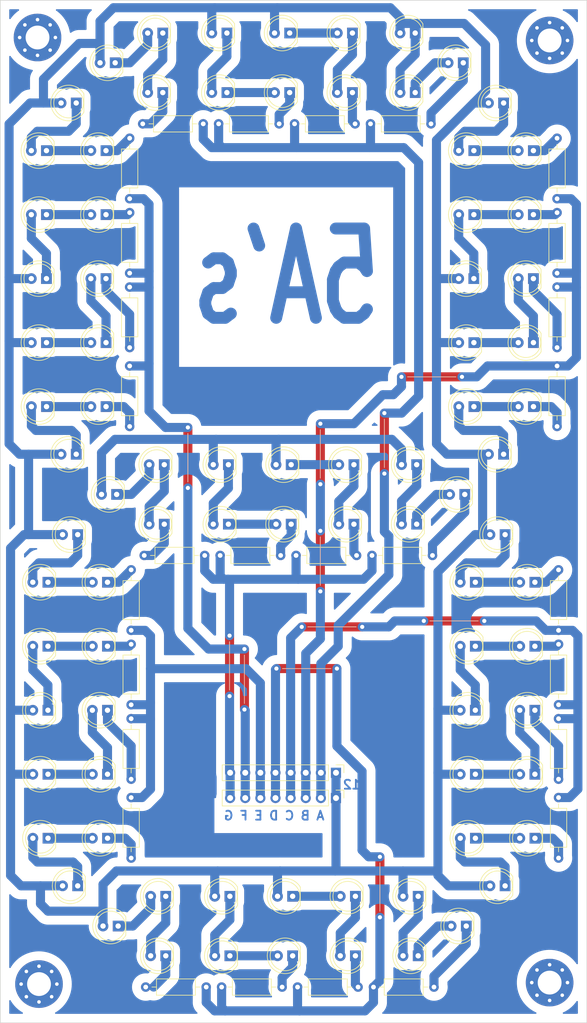
<source format=kicad_pcb>
(kicad_pcb (version 20211014) (generator pcbnew)
  (layers (0 "F.Cu" signal) (31 "B.Cu" signal) (34 "B.Paste" user) (35 "F.Paste" user) (36 "B.SilkS" user "B.Silkscreen") (37 "F.SilkS" user "F.Silkscreen") (38 "B.Mask" user) (39 "F.Mask" user) (44 "Edge.Cuts" user))
  (net 0 "")
  (footprint "Resistor_THT:R_Axial_DIN0207_L6.3mm_D2.5mm_P10.16mm_Horizontal" (layer "F.Cu") (at 337.67 35.75)
    (fp_text reference "REF**" hide)
    (fp_text value "R_Axial_DIN0207_L6.3mm_D2.5mm_P10.16mm_Horizontal" hide)
  )
  (footprint "Resistor_THT:R_Axial_DIN0207_L6.3mm_D2.5mm_P10.16mm_Horizontal" (layer "F.Cu") (at 407.25 50.67 -90)
    (fp_text reference "REF**" hide)
    (fp_text value "R_Axial_DIN0207_L6.3mm_D2.5mm_P10.16mm_Horizontal" hide)
  )
  (footprint "LED_THT:LED_D5.0mm" (layer "F.Cu") (at 331.51 83.25 180)
    (fp_text reference "REF**" hide)
    (fp_text value "LED_D5.0mm" hide)
  )
  (footprint "LED_THT:LED_D5.0mm" (layer "F.Cu") (at 352.305 175.5 180)
    (fp_text reference "REF**" hide)
    (fp_text value "LED_D5.0mm" hide)
  )
  (footprint "THTJumpers:Jumper_P10.16mm_D0.7mm" (layer "F.Cu") (at 367.5 114.28 90)
    (fp_text reference "REF**" hide)
    (fp_text value "Jumper_P10.16mm_D0.7mm" hide)
  )
  (footprint "LED_THT:LED_D5.0mm" (layer "F.Cu") (at 393.525 112.75 180)
    (fp_text reference "REF**" hide)
    (fp_text value "LED_D5.0mm" hide)
  )
  (footprint "LED_THT:LED_D5.0mm" (layer "F.Cu") (at 398.525 104.75 180)
    (fp_text reference "REF**" hide)
    (fp_text value "LED_D5.0mm" hide)
  )
  (footprint "THTJumpers:Jumper_P10.16mm_D0.7mm" (layer "F.Cu") (at 352.25 121.72 -90)
    (fp_text reference "REF**" hide)
    (fp_text value "Jumper_P10.16mm_D0.7mm" hide)
  )
  (footprint "LED_THT:LED_D5.0mm" (layer "F.Cu") (at 321.755 145 180)
    (fp_text reference "REF**" hide)
    (fp_text value "LED_D5.0mm" hide)
  )
  (footprint "LED_THT:LED_D5.0mm" (layer "F.Cu") (at 333.29 98 180)
    (fp_text reference "REF**" hide)
    (fp_text value "LED_D5.0mm" hide)
  )
  (footprint "MountingHole:MountingHole_4mm_Pad_Via" (layer "F.Cu") (at 320 21.25)
    (fp_text reference "REF**" hide)
    (fp_text value "MountingHole_4mm_Pad_Via" hide)
  )
  (footprint "Resistor_THT:R_Axial_DIN0207_L6.3mm_D2.5mm_P10.16mm_Horizontal" (layer "F.Cu") (at 407.5 123.17 -90)
    (fp_text reference "REF**" hide)
    (fp_text value "R_Axial_DIN0207_L6.3mm_D2.5mm_P10.16mm_Horizontal" hide)
  )
  (footprint "LED_THT:LED_D5.0mm" (layer "F.Cu") (at 331.75 112.75 180)
    (fp_text reference "REF**" hide)
    (fp_text value "LED_D5.0mm" hide)
  )
  (footprint "LED_THT:LED_D5.0mm" (layer "F.Cu") (at 321.76 155.75 180)
    (fp_text reference "REF**" hide)
    (fp_text value "LED_D5.0mm" hide)
  )
  (footprint "LED_THT:LED_D5.0mm" (layer "F.Cu") (at 321.51 83.25 180)
    (fp_text reference "REF**" hide)
    (fp_text value "LED_D5.0mm" hide)
  )
  (footprint "Resistor_THT:R_Axial_DIN0207_L6.3mm_D2.5mm_P10.16mm_Horizontal" (layer "F.Cu") (at 363.42 108.25)
    (fp_text reference "REF**" hide)
    (fp_text value "R_Axial_DIN0207_L6.3mm_D2.5mm_P10.16mm_Horizontal" hide)
  )
  (footprint "Resistor_THT:R_Axial_DIN0207_L6.3mm_D2.5mm_P10.16mm_Horizontal" (layer "F.Cu") (at 335.725 135.67 -90)
    (fp_text reference "REF**" hide)
    (fp_text value "R_Axial_DIN0207_L6.3mm_D2.5mm_P10.16mm_Horizontal" hide)
  )
  (footprint "LED_THT:LED_D5.0mm" (layer "F.Cu") (at 393.525 123.5 180)
    (fp_text reference "REF**" hide)
    (fp_text value "LED_D5.0mm" hide)
  )
  (footprint "LED_THT:LED_D5.0mm" (layer "F.Cu") (at 351.805 20.5 180)
    (fp_text reference "REF**" hide)
    (fp_text value "LED_D5.0mm" hide)
  )
  (footprint "LED_THT:LED_D5.0mm" (layer "F.Cu") (at 383.925 165.5 180)
    (fp_text reference "REF**" hide)
    (fp_text value "LED_D5.0mm" hide)
  )
  (footprint "LED_THT:LED_D5.0mm" (layer "F.Cu") (at 383.425 20.5 180)
    (fp_text reference "REF**" hide)
    (fp_text value "LED_D5.0mm" hide)
  )
  (footprint "LED_THT:LED_D5.0mm" (layer "F.Cu") (at 341.29 93 180)
    (fp_text reference "REF**" hide)
    (fp_text value "LED_D5.0mm" hide)
  )
  (footprint "LED_THT:LED_D5.0mm" (layer "F.Cu") (at 331.76 155.75 180)
    (fp_text reference "REF**" hide)
    (fp_text value "LED_D5.0mm" hide)
  )
  (footprint "LED_THT:LED_D5.0mm" (layer "F.Cu") (at 352.055 103 180)
    (fp_text reference "REF**" hide)
    (fp_text value "LED_D5.0mm" hide)
  )
  (footprint "LED_THT:LED_D5.0mm" (layer "F.Cu") (at 321.75 112.75 180)
    (fp_text reference "REF**" hide)
    (fp_text value "LED_D5.0mm" hide)
  )
  (footprint "LED_THT:LED_D5.0mm" (layer "F.Cu") (at 383.925 175.5 180)
    (fp_text reference "REF**" hide)
    (fp_text value "LED_D5.0mm" hide)
  )
  (footprint "LED_THT:LED_D5.0mm" (layer "F.Cu") (at 403.28 72.5 180)
    (fp_text reference "REF**" hide)
    (fp_text value "LED_D5.0mm" hide)
  )
  (footprint "LED_THT:LED_D5.0mm" (layer "F.Cu") (at 351.805 30.5 180)
    (fp_text reference "REF**" hide)
    (fp_text value "LED_D5.0mm" hide)
  )
  (footprint "Resistor_THT:R_Axial_DIN0207_L6.3mm_D2.5mm_P10.16mm_Horizontal" (layer "F.Cu") (at 363.17 35.75)
    (fp_text reference "REF**" hide)
    (fp_text value "R_Axial_DIN0207_L6.3mm_D2.5mm_P10.16mm_Horizontal" hide)
  )
  (footprint "LED_THT:LED_D5.0mm" (layer "F.Cu") (at 321.75 123.5 180)
    (fp_text reference "REF**" hide)
    (fp_text value "LED_D5.0mm" hide)
  )
  (footprint "LED_THT:LED_D5.0mm" (layer "F.Cu") (at 362.595 103 180)
    (fp_text reference "REF**" hide)
    (fp_text value "LED_D5.0mm" hide)
  )
  (footprint "THTJumpers:Jumper_P10.16mm_D0.7mm" (layer "F.Cu") (at 354.75 123.97 -90)
    (fp_text reference "REF**" hide)
    (fp_text value "Jumper_P10.16mm_D0.7mm" hide)
  )
  (footprint "LED_THT:LED_D5.0mm" (layer "F.Cu") (at 362.845 175.5 180)
    (fp_text reference "REF**" hide)
    (fp_text value "LED_D5.0mm" hide)
  )
  (footprint "THTJumpers:Jumper_P10.16mm_D0.7mm" (layer "F.Cu") (at 345.25 86.75 -90)
    (fp_text reference "REF**" hide)
    (fp_text value "Jumper_P10.16mm_D0.7mm" hide)
  )
  (footprint "LED_THT:LED_D5.0mm" (layer "F.Cu") (at 373.135 103 180)
    (fp_text reference "REF**" hide)
    (fp_text value "LED_D5.0mm" hide)
  )
  (footprint "LED_THT:LED_D5.0mm" (layer "F.Cu") (at 383.675 103 180)
    (fp_text reference "REF**" hide)
    (fp_text value "LED_D5.0mm" hide)
  )
  (footprint "LED_THT:LED_D5.0mm" (layer "F.Cu") (at 403.275 51 180)
    (fp_text reference "REF**" hide)
    (fp_text value "LED_D5.0mm" hide)
  )
  (footprint "LED_THT:LED_D5.0mm" (layer "F.Cu") (at 391.5 25.5 180)
    (fp_text reference "REF**" hide)
    (fp_text value "LED_D5.0mm" hide)
  )
  (footprint "LED_THT:LED_D5.0mm" (layer "F.Cu") (at 321.505 72.5 180)
    (fp_text reference "REF**" hide)
    (fp_text value "LED_D5.0mm" hide)
  )
  (footprint "Resistor_THT:R_Axial_DIN0207_L6.3mm_D2.5mm_P10.16mm_Horizontal" (layer "F.Cu") (at 337.92 108.25)
    (fp_text reference "REF**" hide)
    (fp_text value "R_Axial_DIN0207_L6.3mm_D2.5mm_P10.16mm_Horizontal" hide)
  )
  (footprint "LED_THT:LED_D5.0mm" (layer "F.Cu") (at 333.04 25.5 180)
    (fp_text reference "REF**" hide)
    (fp_text value "LED_D5.0mm" hide)
  )
  (footprint "Resistor_THT:R_Axial_DIN0207_L6.3mm_D2.5mm_P10.16mm_Horizontal" (layer "F.Cu") (at 350.67 108.25)
    (fp_text reference "REF**" hide)
    (fp_text value "R_Axial_DIN0207_L6.3mm_D2.5mm_P10.16mm_Horizontal" hide)
  )
  (footprint "LED_THT:LED_D5.0mm" (layer "F.Cu") (at 331.505 72.5 180)
    (fp_text reference "REF**" hide)
    (fp_text value "LED_D5.0mm" hide)
  )
  (footprint "LED_THT:LED_D5.0mm" (layer "F.Cu") (at 321.75 134.25 180)
    (fp_text reference "REF**" hide)
    (fp_text value "LED_D5.0mm" hide)
  )
  (footprint "Resistor_THT:R_Axial_DIN0207_L6.3mm_D2.5mm_P10.16mm_Horizontal" (layer "F.Cu") (at 376.17 108.25)
    (fp_text reference "REF**" hide)
    (fp_text value "R_Axial_DIN0207_L6.3mm_D2.5mm_P10.16mm_Horizontal" hide)
  )
  (footprint "Resistor_THT:R_Axial_DIN0207_L6.3mm_D2.5mm_P10.16mm_Horizontal" (layer "F.Cu") (at 338.17 180.75)
    (fp_text reference "REF**" hide)
    (fp_text value "R_Axial_DIN0207_L6.3mm_D2.5mm_P10.16mm_Horizontal" hide)
  )
  (footprint "LED_THT:LED_D5.0mm" (layer "F.Cu") (at 362.845 165.5 180)
    (fp_text reference "REF**" hide)
    (fp_text value "LED_D5.0mm" hide)
  )
  (footprint "LED_THT:LED_D5.0mm" (layer "F.Cu") (at 403.525 123.5 180)
    (fp_text reference "REF**" hide)
    (fp_text value "LED_D5.0mm" hide)
  )
  (footprint "LED_THT:LED_D5.0mm" (layer "F.Cu") (at 326.5 91.25 180)
    (fp_text reference "REF**" hide)
    (fp_text value "LED_D5.0mm" hide)
  )
  (footprint "LED_THT:LED_D5.0mm" (layer "F.Cu") (at 393.285 83.25 180)
    (fp_text reference "REF**" hide)
    (fp_text value "LED_D5.0mm" hide)
  )
  (footprint "Resistor_THT:R_Axial_DIN0207_L6.3mm_D2.5mm_P10.16mm_Horizontal" (layer "F.Cu") (at 335.475 50.67 -90)
    (fp_text reference "REF**" hide)
    (fp_text value "R_Axial_DIN0207_L6.3mm_D2.5mm_P10.16mm_Horizontal" hide)
  )
  (footprint "LED_THT:LED_D5.0mm" (layer "F.Cu") (at 391.75 98 180)
    (fp_text reference "REF**" hide)
    (fp_text value "LED_D5.0mm" hide)
  )
  (footprint "Resistor_THT:R_Axial_DIN0207_L6.3mm_D2.5mm_P10.16mm_Horizontal" (layer "F.Cu") (at 407.25 76.42 -90)
    (fp_text reference "REF**" hide)
    (fp_text value "R_Axial_DIN0207_L6.3mm_D2.5mm_P10.16mm_Horizontal" hide)
  )
  (footprint "MountingHole:MountingHole_4mm_Pad_Via" (layer "F.Cu") (at 320.25 180.25)
    (fp_text reference "REF**" hide)
    (fp_text value "MountingHole_4mm_Pad_Via" hide)
  )
  (footprint "THTJumpers:Jumper_P10.16mm_D0.7mm" (layer "F.Cu") (at 378.25 94.5 90)
    (fp_text reference "REF**" hide)
    (fp_text value "Jumper_P10.16mm_D0.7mm" hide)
  )
  (footprint "LED_THT:LED_D5.0mm" (layer "F.Cu") (at 398.275 91.25 180)
    (fp_text reference "REF**" hide)
    (fp_text value "LED_D5.0mm" hide)
  )
  (footprint "LED_THT:LED_D5.0mm" (layer "F.Cu") (at 352.055 93 180)
    (fp_text reference "REF**" hide)
    (fp_text value "LED_D5.0mm" hide)
  )
  (footprint "LED_THT:LED_D5.0mm" (layer "F.Cu") (at 341.04 30.5 180)
    (fp_text reference "REF**" hide)
    (fp_text value "LED_D5.0mm" hide)
  )
  (footprint "THTJumpers:Jumper_P10.16mm_D0.7mm" (layer "F.Cu") (at 367.5 96.28 90)
    (fp_text reference "REF**" hide)
    (fp_text value "Jumper_P10.16mm_D0.7mm" hide)
  )
  (footprint "Resistor_THT:R_Axial_DIN0207_L6.3mm_D2.5mm_P10.16mm_Horizontal" (layer "F.Cu") (at 335.725 110.67 -90)
    (fp_text reference "REF**" hide)
    (fp_text value "R_Axial_DIN0207_L6.3mm_D2.5mm_P10.16mm_Horizontal" hide)
  )
  (footprint "LED_THT:LED_D5.0mm" (layer "F.Cu") (at 326.75 104.75 180)
    (fp_text reference "REF**" hide)
    (fp_text value "LED_D5.0mm" hide)
  )
  (footprint "LED_THT:LED_D5.0mm" (layer "F.Cu") (at 383.425 30.5 180)
    (fp_text reference "REF**" hide)
    (fp_text value "LED_D5.0mm" hide)
  )
  (footprint "LED_THT:LED_D5.0mm" (layer "F.Cu") (at 331.5 40.25 180)
    (fp_text reference "REF**" hide)
    (fp_text value "LED_D5.0mm" hide)
  )
  (footprint "THTJumpers:Jumper_P10.16mm_D0.7mm" (layer "F.Cu") (at 391.28 78.25 180)
    (fp_text reference "REF**" hide)
    (fp_text value "Jumper_P10.16mm_D0.7mm" hide)
  )
  (footprint "LED_THT:LED_D5.0mm" (layer "F.Cu") (at 403.53 145 180)
    (fp_text reference "REF**" hide)
    (fp_text value "LED_D5.0mm" hide)
  )
  (footprint "LED_THT:LED_D5.0mm" (layer "F.Cu") (at 331.5 61.75 180)
    (fp_text reference "REF**" hide)
    (fp_text value "LED_D5.0mm" hide)
  )
  (footprint "LED_THT:LED_D5.0mm" (layer "F.Cu") (at 392 170.5 180)
    (fp_text reference "REF**" hide)
    (fp_text value "LED_D5.0mm" hide)
  )
  (footprint "Resistor_THT:R_Axial_DIN0207_L6.3mm_D2.5mm_P10.16mm_Horizontal" (layer "F.Cu") (at 335.725 148.92 -90)
    (fp_text reference "REF**" hide)
    (fp_text value "R_Axial_DIN0207_L6.3mm_D2.5mm_P10.16mm_Horizontal" hide)
  )
  (footprint "Resistor_THT:R_Axial_DIN0207_L6.3mm_D2.5mm_P10.16mm_Horizontal" (layer "F.Cu") (at 407.5 110.67 -90)
    (fp_text reference "REF**" hide)
    (fp_text value "R_Axial_DIN0207_L6.3mm_D2.5mm_P10.16mm_Horizontal" hide)
  )
  (footprint "Resistor_THT:R_Axial_DIN0207_L6.3mm_D2.5mm_P10.16mm_Horizontal" (layer "F.Cu") (at 407.5 135.67 -90)
    (fp_text reference "REF**" hide)
    (fp_text value "R_Axial_DIN0207_L6.3mm_D2.5mm_P10.16mm_Horizontal" hide)
  )
  (footprint "Resistor_THT:R_Axial_DIN0207_L6.3mm_D2.5mm_P10.16mm_Horizontal" (layer "F.Cu") (at 335.475 76.42 -90)
    (fp_text reference "REF**" hide)
    (fp_text value "R_Axial_DIN0207_L6.3mm_D2.5mm_P10.16mm_Horizontal" hide)
  )
  (footprint "LED_THT:LED_D5.0mm" (layer "F.Cu") (at 326.75 163.75 180)
    (fp_text reference "REF**" hide)
    (fp_text value "LED_D5.0mm" hide)
  )
  (footprint "LED_THT:LED_D5.0mm" (layer "F.Cu") (at 403.525 134.25 180)
    (fp_text reference "REF**" hide)
    (fp_text value "LED_D5.0mm" hide)
  )
  (footprint "THTJumpers:Jumper_P10.16mm_D0.7mm" (layer "F.Cu") (at 377.5 169.03 90)
    (fp_text reference "REF**" hide)
    (fp_text value "Jumper_P10.16mm_D0.7mm" hide)
  )
  (footprint "MountingHole:MountingHole_4mm_Pad_Via" (layer "F.Cu") (at 406 180)
    (fp_text reference "REF**" hide)
    (fp_text value "MountingHole_4mm_Pad_Via" hide)
  )
  (footprint "LED_THT:LED_D5.0mm" (layer "F.Cu") (at 373.385 175.5 180)
    (fp_text reference "REF**" hide)
    (fp_text value "LED_D5.0mm" hide)
  )
  (footprint "Connector_PinHeader_2.54mm:PinHeader_1x08_P2.54mm_Vertical" (layer "F.Cu") (at 370.125 149 -90)
    (fp_text reference "REF**" hide)
    (fp_text value "PinHeader_1x08_P2.54mm_Vertical" hide)
  )
  (footprint "LED_THT:LED_D5.0mm" (layer "F.Cu") (at 362.345 30.5 180)
    (fp_text reference "REF**" hide)
    (fp_text value "LED_D5.0mm" hide)
  )
  (footprint "Resistor_THT:R_Axial_DIN0207_L6.3mm_D2.5mm_P10.16mm_Horizontal" (layer "F.Cu") (at 407.5 148.92 -90)
    (fp_text reference "REF**" hide)
    (fp_text value "R_Axial_DIN0207_L6.3mm_D2.5mm_P10.16mm_Horizontal" hide)
  )
  (footprint "LED_THT:LED_D5.0mm" (layer "F.Cu") (at 321.5 40.25 180)
    (fp_text reference "REF**" hide)
    (fp_text value "LED_D5.0mm" hide)
  )
  (footprint "LED_THT:LED_D5.0mm" (layer "F.Cu") (at 341.54 175.5 180)
    (fp_text reference "REF**" hide)
    (fp_text value "LED_D5.0mm" hide)
  )
  (footprint "Connector_PinHeader_2.54mm:PinHeader_1x08_P2.54mm_Vertical" (layer "F.Cu") (at 370.125 144.75 -90)
    (fp_text reference "REF**" hide)
    (fp_text value "PinHeader_1x08_P2.54mm_Vertical" hide)
  )
  (footprint "Resistor_THT:R_Axial_DIN0207_L6.3mm_D2.5mm_P10.16mm_Horizontal" (layer "F.Cu") (at 350.42 35.75)
    (fp_text reference "REF**" hide)
    (fp_text value "R_Axial_DIN0207_L6.3mm_D2.5mm_P10.16mm_Horizontal" hide)
  )
  (footprint "Resistor_THT:R_Axial_DIN0207_L6.3mm_D2.5mm_P10.16mm_Horizontal" (layer "F.Cu") (at 335.475 63.17 -90)
    (fp_text reference "REF**" hide)
    (fp_text value "R_Axial_DIN0207_L6.3mm_D2.5mm_P10.16mm_Horizontal" hide)
  )
  (footprint "LED_THT:LED_D5.0mm" (layer "F.Cu") (at 352.305 165.5 180)
    (fp_text reference "REF**" hide)
    (fp_text value "LED_D5.0mm" hide)
  )
  (footprint "LED_THT:LED_D5.0mm" (layer "F.Cu") (at 383.675 93 180)
    (fp_text reference "REF**" hide)
    (fp_text value "LED_D5.0mm" hide)
  )
  (footprint "Resistor_THT:R_Axial_DIN0207_L6.3mm_D2.5mm_P10.16mm_Horizontal" (layer "F.Cu") (at 407.25 63.17 -90)
    (fp_text reference "REF**" hide)
    (fp_text value "R_Axial_DIN0207_L6.3mm_D2.5mm_P10.16mm_Horizontal" hide)
  )
  (footprint "THTJumpers:Jumper_P10.16mm_D0.7mm" (layer "F.Cu") (at 395.03 119.25 180)
    (fp_text reference "REF**" hide)
    (fp_text value "Jumper_P10.16mm_D0.7mm" hide)
  )
  (footprint "Resistor_THT:R_Axial_DIN0207_L6.3mm_D2.5mm_P10.16mm_Horizontal" (layer "F.Cu") (at 350.92 180.75)
    (fp_text reference "REF**" hide)
    (fp_text value "R_Axial_DIN0207_L6.3mm_D2.5mm_P10.16mm_Horizontal" hide)
  )
  (footprint "Resistor_THT:R_Axial_DIN0207_L6.3mm_D2.5mm_P10.16mm_Horizontal" (layer "F.Cu") (at 363.67 180.75)
    (fp_text reference "REF**" hide)
    (fp_text value "R_Axial_DIN0207_L6.3mm_D2.5mm_P10.16mm_Horizontal" hide)
  )
  (footprint "LED_THT:LED_D5.0mm" (layer "F.Cu") (at 393.275 40.25 180)
    (fp_text reference "REF**" hide)
    (fp_text value "LED_D5.0mm" hide)
  )
  (footprint "LED_THT:LED_D5.0mm" (layer "F.Cu") (at 403.535 155.75 180)
    (fp_text reference "REF**" hide)
    (fp_text value "LED_D5.0mm" hide)
  )
  (footprint "LED_THT:LED_D5.0mm" (layer "F.Cu") (at 403.285 83.25 180)
    (fp_text reference "REF**" hide)
    (fp_text value "LED_D5.0mm" hide)
  )
  (footprint "LED_THT:LED_D5.0mm" (layer "F.Cu") (at 398.275 32.25 180)
    (fp_text reference "REF**" hide)
    (fp_text value "LED_D5.0mm" hide)
  )
  (footprint "Resistor_THT:R_Axial_DIN0207_L6.3mm_D2.5mm_P10.16mm_Horizontal" (layer "F.Cu") (at 335.725 123.17 -90)
    (fp_text reference "REF**" hide)
    (fp_text value "R_Axial_DIN0207_L6.3mm_D2.5mm_P10.16mm_Horizontal" hide)
  )
  (footprint "LED_THT:LED_D5.0mm" (layer "F.Cu") (at 403.275 40.25 180)
    (fp_text reference "REF**" hide)
    (fp_text value "LED_D5.0mm" hide)
  )
  (footprint "LED_THT:LED_D5.0mm" (layer "F.Cu") (at 362.595 93 180)
    (fp_text reference "REF**" hide)
    (fp_text value "LED_D5.0mm" hide)
  )
  (footprint "Resistor_THT:R_Axial_DIN0207_L6.3mm_D2.5mm_P10.16mm_Horizontal" (layer "F.Cu") (at 376.42 180.75)
    (fp_text reference "REF**" hide)
    (fp_text value "R_Axial_DIN0207_L6.3mm_D2.5mm_P10.16mm_Horizontal" hide)
  )
  (footprint "LED_THT:LED_D5.0mm" (layer "F.Cu") (at 341.04 20.5 180)
    (fp_text reference "REF**" hide)
    (fp_text value "LED_D5.0mm" hide)
  )
  (footprint "LED_THT:LED_D5.0mm" (layer "F.Cu") (at 331.755 145 180)
    (fp_text reference "REF**" hide)
    (fp_text value "LED_D5.0mm" hide)
  )
  (footprint "LED_THT:LED_D5.0mm" (layer "F.Cu") (at 403.275 61.75 180)
    (fp_text reference "REF**" hide)
    (fp_text value "LED_D5.0mm" hide)
  )
  (footprint "LED_THT:LED_D5.0mm" (layer "F.Cu") (at 393.525 134.25 180)
    (fp_text reference "REF**" hide)
    (fp_text value "LED_D5.0mm" hide)
  )
  (footprint "LED_THT:LED_D5.0mm" (layer "F.Cu") (at 393.535 155.75 180)
    (fp_text reference "REF**" hide)
    (fp_text value "LED_D5.0mm" hide)
  )
  (footprint "LED_THT:LED_D5.0mm" (layer "F.Cu") (at 393.53 145 180)
    (fp_text reference "REF**" hide)
    (fp_text value "LED_D5.0mm" hide)
  )
  (footprint "LED_THT:LED_D5.0mm" (layer "F.Cu") (at 393.275 51 180)
    (fp_text reference "REF**" hide)
    (fp_text value "LED_D5.0mm" hide)
  )
  (footprint "LED_THT:LED_D5.0mm" (layer "F.Cu") (at 373.135 93 180)
    (fp_text reference "REF**" hide)
    (fp_text value "LED_D5.0mm" hide)
  )
  (footprint "Resistor_THT:R_Axial_DIN0207_L6.3mm_D2.5mm_P10.16mm_Horizontal" (layer "F.Cu") (at 335.475 38.17 -90)
    (fp_text reference "REF**" hide)
    (fp_text value "R_Axial_DIN0207_L6.3mm_D2.5mm_P10.16mm_Horizontal" hide)
  )
  (footprint "LED_THT:LED_D5.0mm" (layer "F.Cu") (at 341.54 165.5 180)
    (fp_text reference "REF**" hide)
    (fp_text value "LED_D5.0mm" hide)
  )
  (footprint "Resistor_THT:R_Axial_DIN0207_L6.3mm_D2.5mm_P10.16mm_Horizontal" (layer "F.Cu") (at 407.25 38.17 -90)
    (fp_text reference "REF**" hide)
    (fp_text value "R_Axial_DIN0207_L6.3mm_D2.5mm_P10.16mm_Horizontal" hide)
  )
  (footprint "LED_THT:LED_D5.0mm" (layer "F.Cu") (at 321.5 51 180)
    (fp_text reference "REF**" hide)
    (fp_text value "LED_D5.0mm" hide)
  )
  (footprint "LED_THT:LED_D5.0mm" (layer "F.Cu") (at 331.75 134.25 180)
    (fp_text reference "REF**" hide)
    (fp_text value "LED_D5.0mm" hide)
  )
  (footprint "LED_THT:LED_D5.0mm" (layer "F.Cu") (at 331.5 51 180)
    (fp_text reference "REF**" hide)
    (fp_text value "LED_D5.0mm" hide)
  )
  (footprint "LED_THT:LED_D5.0mm" (layer "F.Cu") (at 373.385 165.5 180)
    (fp_text reference "REF**" hide)
    (fp_text value "LED_D5.0mm" hide)
  )
  (footprint "LED_THT:LED_D5.0mm" (layer "F.Cu") (at 393.28 72.5 180)
    (fp_text reference "REF**" hide)
    (fp_text value "LED_D5.0mm" hide)
  )
  (footprint "Resistor_THT:R_Axial_DIN0207_L6.3mm_D2.5mm_P10.16mm_Horizontal" (layer "F.Cu") (at 375.92 35.75)
    (fp_text reference "REF**" hide)
    (fp_text value "R_Axial_DIN0207_L6.3mm_D2.5mm_P10.16mm_Horizontal" hide)
  )
  (footprint "LED_THT:LED_D5.0mm" (layer "F.Cu") (at 341.29 103 180)
    (fp_text reference "REF**" hide)
    (fp_text value "LED_D5.0mm" hide)
  )
  (footprint "MountingHole:MountingHole_4mm_Pad_Via" (layer "F.Cu") (at 406 21.75)
    (fp_text reference "REF**" hide)
    (fp_text value "MountingHole_4mm_Pad_Via" hide)
  )
  (footprint "LED_THT:LED_D5.0mm" (layer "F.Cu") (at 372.885 30.5 180)
    (fp_text reference "REF**" hide)
    (fp_text value "LED_D5.0mm" hide)
  )
  (footprint "LED_THT:LED_D5.0mm" (layer "F.Cu") (at 326.5 32.25 180)
    (fp_text reference "REF**" hide)
    (fp_text value "LED_D5.0mm" hide)
  )
  (footprint "LED_THT:LED_D5.0mm" (layer "F.Cu") (at 398.525 163.75 180)
    (fp_text reference "REF**" hide)
    (fp_text value "LED_D5.0mm" hide)
  )
  (footprint "LED_THT:LED_D5.0mm" (layer "F.Cu") (at 403.525 112.75 180)
    (fp_text reference "REF**" hide)
    (fp_text value "LED_D5.0mm" hide)
  )
  (footprint "LED_THT:LED_D5.0mm" (layer "F.Cu") (at 321.5 61.75 180)
    (fp_text reference "REF**" hide)
    (fp_text value "LED_D5.0mm" hide)
  )
  (footprint "LED_THT:LED_D5.0mm" (layer "F.Cu") (at 333.54 170.5 180)
    (fp_text reference "REF**" hide)
    (fp_text value "LED_D5.0mm" hide)
  )
  (footprint "LED_THT:LED_D5.0mm" (layer "F.Cu") (at 372.885 20.5 180)
    (fp_text reference "REF**" hide)
    (fp_text value "LED_D5.0mm" hide)
  )
  (footprint "LED_THT:LED_D5.0mm" (layer "F.Cu") (at 393.275 61.75 180)
    (fp_text reference "REF**" hide)
    (fp_text value "LED_D5.0mm" hide)
  )
  (footprint "LED_THT:LED_D5.0mm" (layer "F.Cu") (at 331.75 123.5 180)
    (fp_text reference "REF**" hide)
    (fp_text value "LED_D5.0mm" hide)
  )
  (footprint "LED_THT:LED_D5.0mm" (layer "F.Cu") (at 362.345 20.5 180)
    (fp_text reference "REF**" hide)
    (fp_text value "LED_D5.0mm" hide)
  )
  (footprint "THTJumpers:Jumper_P10.16mm_D0.7mm" (layer "F.Cu") (at 370.28 127.25 180)
    (fp_text reference "REF**" hide)
    (fp_text value "Jumper_P10.16mm_D0.7mm" hide)
  )
  (footprint "THTJumpers:Jumper_P10.16mm_D0.7mm" (layer "F.Cu") (at 374.53 120.25 180)
    (fp_text reference "REF**" hide)
    (fp_text value "Jumper_P10.16mm_D0.7mm" hide)
  )
  (gr_rect (start 412.25 186.75) (end 313.75 15) (layer "Edge.Cuts") (width 0.1) (fill none))
  (gr_text "5A's" (at 361.75 61.5) (layer "B.Cu") (effects (font (size 15 10) (thickness 2)) (justify mirror)))
  (gr_text "A B C D E F G" (at 359.75 151.95) (layer "B.Cu") (effects (font (size 1.5 1.5) (thickness 0.3)) (justify mirror)))
  (gr_text "12" (at 372.75 146.75) (layer "B.Cu") (effects (font (size 1.5 1.5) (thickness 0.3)) (justify mirror)))
  (segment (start 360.12 127.25) (end 370.28 127.25) (width 1.524) (layer "F.Cu") (net 0))
  (segment (start 367.5 104.12) (end 367.5 114.28) (width 1.524) (layer "F.Cu") (net 0))
  (segment (start 378.25 84.34) (end 378.25 94.5) (width 1.524) (layer "F.Cu") (net 0))
  (segment (start 384.87 119.25) (end 395.03 119.25) (width 1.524) (layer "F.Cu") (net 0))
  (segment (start 374.53 120.25) (end 364.37 120.25) (width 1.524) (layer "F.Cu") (net 0))
  (segment (start 377.5 158.87) (end 377.5 169.03) (width 1.524) (layer "F.Cu") (net 0))
  (segment (start 345.25 86.75) (end 345.25 96.91) (width 1.524) (layer "F.Cu") (net 0))
  (segment (start 367.5 86.12) (end 367.5 96.28) (width 1.524) (layer "F.Cu") (net 0))
  (segment (start 352.25 121.72) (end 352.25 131.88) (width 1.524) (layer "F.Cu") (net 0))
  (segment (start 391.28 78.25) (end 381.12 78.25) (width 1.524) (layer "F.Cu") (net 0))
  (segment (start 354.75 123.97) (end 354.75 134.13) (width 1.524) (layer "F.Cu") (net 0))
  (segment (start 333.04 25.5) (end 335.5 25.5) (width 1.524) (layer "B.Cu") (net 0))
  (segment (start 405.33 120.83) (end 407.5 120.83) (width 1.524) (layer "B.Cu") (net 0))
  (segment (start 357.425 129.675) (end 357.425 144.75) (width 1.524) (layer "B.Cu") (net 0))
  (segment (start 338.975 127.275) (end 338.975 133) (width 1.524) (layer "B.Cu") (net 0))
  (segment (start 390.735 51) (end 390.735 54.985) (width 1.524) (layer "B.Cu") (net 0))
  (segment (start 387 89.5) (end 387 72.25) (width 1.524) (layer "B.Cu") (net 0))
  (segment (start 317.75 104.75) (end 318.5 104.75) (width 1.524) (layer "B.Cu") (net 0))
  (segment (start 391.28 78.25) (end 393.75 78.25) (width 1.524) (layer "B.Cu") (net 0))
  (segment (start 351.805 24.445) (end 349.265 26.985) (width 1.524) (layer "B.Cu") (net 0))
  (segment (start 335.5 25.5) (end 338.5 22.5) (width 1.524) (layer "B.Cu") (net 0))
  (segment (start 362.345 30.5) (end 362.345 32.405) (width 1.524) (layer "B.Cu") (net 0))
  (segment (start 321 28.25) (end 321 32.25) (width 1.524) (layer "B.Cu") (net 0))
  (segment (start 335.725 140.25) (end 335.725 145.83) (width 1.524) (layer "B.Cu") (net 0))
  (segment (start 393.25 32.25) (end 395.25 30.25) (width 1.524) (layer "B.Cu") (net 0))
  (segment (start 345.25 96.91) (end 345.25 120.5) (width 1.524) (layer "B.Cu") (net 0))
  (segment (start 331.76 155.75) (end 334.725 155.75) (width 1.524) (layer "B.Cu") (net 0))
  (segment (start 319.21 110.515) (end 320.225 109.5) (width 1.524) (layer "B.Cu") (net 0))
  (segment (start 362.595 103) (end 362.595 104.905) (width 1.524) (layer "B.Cu") (net 0))
  (segment (start 341.54 175.5) (end 341.54 178.71) (width 1.524) (layer "B.Cu") (net 0))
  (segment (start 400.735 51) (end 393.275 51) (width 1.524) (layer "B.Cu") (net 0))
  (segment (start 361.08 179.17) (end 361.08 180.75) (width 1.524) (layer "B.Cu") (net 0))
  (segment (start 360.75 161.25) (end 370 161.25) (width 1.524) (layer "B.Cu") (net 0))
  (segment (start 331.5 51) (end 335.145 51) (width 1.524) (layer "B.Cu") (net 0))
  (segment (start 349.765 165.5) (end 349.765 161.735) (width 1.524) (layer "B.Cu") (net 0))
  (segment (start 370.345 26.655) (end 370.345 30.5) (width 1.524) (layer "B.Cu") (net 0))
  (segment (start 360.305 165.5) (end 360.305 161.695) (width 1.524) (layer "B.Cu") (net 0))
  (segment (start 383.425 24.075) (end 380.885 26.615) (width 1.524) (layer "B.Cu") (net 0))
  (segment (start 341.54 165.5) (end 341.54 169.96) (width 1.524) (layer "B.Cu") (net 0))
  (segment (start 407.5 135.67) (end 410.67 135.67) (width 1.524) (layer "B.Cu") (net 0))
  (segment (start 390.985 110.515) (end 392 109.5) (width 1.524) (layer "B.Cu") (net 0))
  (segment (start 328.97 83.25) (end 321.51 83.25) (width 1.524) (layer "B.Cu") (net 0))
  (segment (start 395.03 119.25) (end 403.75 119.25) (width 1.524) (layer "B.Cu") (net 0))
  (segment (start 372.885 35.305) (end 373.33 35.75) (width 1.524) (layer "B.Cu") (net 0))
  (segment (start 341.5 86.75) (end 345.25 86.75) (width 1.524) (layer "B.Cu") (net 0))
  (segment (start 376.17 110.83) (end 374.75 112.25) (width 1.524) (layer "B.Cu") (net 0))
  (segment (start 381.12 78.25) (end 381.12 79.88) (width 1.524) (layer "B.Cu") (net 0))
  (segment (start 387 98) (end 389.21 98) (width 1.524) (layer "B.Cu") (net 0))
  (segment (start 383.425 20.5) (end 383.425 24.075) (width 1.524) (layer "B.Cu") (net 0))
  (segment (start 383.925 175.5) (end 383.925 173.825) (width 1.524) (layer "B.Cu") (net 0))
  (segment (start 400.735 40.25) (end 393.275 40.25) (width 1.524) (layer "B.Cu") (net 0))
  (segment (start 359.805 16.695) (end 360.25 16.25) (width 1.524) (layer "B.Cu") (net 0))
  (segment (start 345.25 120.5) (end 348.72 123.97) (width 1.524) (layer "B.Cu") (net 0))
  (segment (start 360.5 88.75) (end 379.5 88.75) (width 1.524) (layer "B.Cu") (net 0))
  (segment (start 397 37) (end 398.275 35.725) (width 1.524) (layer "B.Cu") (net 0))
  (segment (start 351.805 30.5) (end 359.805 30.5) (width 1.524) (layer "B.Cu") (net 0))
  (segment (start 395.25 22.5) (end 391.635 18.885) (width 1.524) (layer "B.Cu") (net 0))
  (segment (start 387.25 61.75) (end 387 61.5) (width 1.524) (layer "B.Cu") (net 0))
  (segment (start 407.25 84.25) (end 407.25 86.58) (width 1.524) (layer "B.Cu") (net 0))
  (segment (start 373.135 96.615) (end 370.595 99.155) (width 1.524) (layer "B.Cu") (net 0))
  (segment (start 352.25 112.5) (end 352 112.25) (width 1.524) (layer "B.Cu") (net 0))
  (segment (start 349.265 20.5) (end 349.265 16.735) (width 1.524) (layer "B.Cu") (net 0))
  (segment (start 407.25 63.17) (end 410.42 63.17) (width 1.524) (layer "B.Cu") (net 0))
  (segment (start 378.25 104.25) (end 379 105) (width 1.524) (layer "B.Cu") (net 0))
  (segment (start 315.475 162) (end 315.475 144.75) (width 1.524) (layer "B.Cu") (net 0))
  (segment (start 398.525 108.225) (end 398.525 104.75) (width 1.524) (layer "B.Cu") (net 0))
  (segment (start 410.42 133.33) (end 410.75 133) (width 1.524) (layer "B.Cu") (net 0))
  (segment (start 349.265 26.985) (end 349.265 30.5) (width 1.524) (layer "B.Cu") (net 0))
  (segment (start 363.67 184.42) (end 364 184.75) (width 1.524) (layer "B.Cu") (net 0))
  (segment (start 375.75 39.75) (end 381.5 39.75) (width 1.524) (layer "B.Cu") (net 0))
  (segment (start 403.285 83.25) (end 406.25 83.25) (width 1.524) (layer "B.Cu") (net 0))
  (segment (start 319.21 134.25) (end 315.725 134.25) (width 1.524) (layer "B.Cu") (net 0))
  (segment (start 331.75 112.75) (end 333.645 112.75) (width 1.524) (layer "B.Cu") (net 0))
  (segment (start 375.62 158.87) (end 377.5 158.87) (width 1.524) (layer "B.Cu") (net 0))
  (segment (start 350.42 35.75) (end 350.42 39.17) (width 1.524) (layer "B.Cu") (net 0))
  (segment (start 328.96 51) (end 321.5 51) (width 1.524) (layer "B.Cu") (net 0))
  (segment (start 387.25 72.5) (end 387 72.25) (width 1.524) (layer "B.Cu") (net 0))
  (segment (start 381.135 99.115) (end 381.135 103) (width 1.524) (layer "B.Cu") (net 0))
  (segment (start 335.75 98) (end 338.75 95) (width 1.524) (layer "B.Cu") (net 0))
  (segment (start 329.21 137.985) (end 331.755 140.53) (width 1.524) (layer "B.Cu") (net 0))
  (segment (start 373.13 86.12) (end 367.5 86.12) (width 1.524) (layer "B.Cu") (net 0))
  (segment (start 384 42.25) (end 384 81.5) (width 1.524) (layer "B.Cu") (net 0))
  (segment (start 318.5 91.25) (end 318.5 104.75) (width 1.524) (layer "B.Cu") (net 0))
  (segment (start 403.275 40.25) (end 405.17 40.25) (width 1.524) (layer "B.Cu") (net 0))
  (segment (start 338.5 27.5) (end 338.5 30.5) (width 1.524) (layer "B.Cu") (net 0))
  (segment (start 362.845 165.5) (end 370.845 165.5) (width 1.524) (layer "B.Cu") (net 0))
  (segment (start 398.275 35.725) (end 398.275 32.25) (width 1.524) (layer "B.Cu") (net 0))
  (segment (start 390.745 86.495) (end 391.5 87.25) (width 1.524) (layer "B.Cu") (net 0))
  (segment (start 377.5 179.67) (end 376.42 180.75) (width 1.524) (layer "B.Cu") (net 0))
  (segment (start 391.75 37) (end 397 37) (width 1.524) (layer "B.Cu") (net 0))
  (segment (start 319.22 155.75) (end 319.22 158.995) (width 1.524) (layer "B.Cu") (net 0))
  (segment (start 315.225 72.25) (end 315.225 61.5) (width 1.524) (layer "B.Cu") (net 0))
  (segment (start 403.275 61.75) (end 403.275 63.775) (width 1.524) (layer "B.Cu") (net 0))
  (segment (start 331.505 68.03) (end 331.505 72.5) (width 1.524) (layer "B.Cu") (net 0))
  (segment (start 407.25 60.83) (end 410.17 60.83) (width 1.524) (layer "B.Cu") (net 0))
  (segment (start 362.845 177.405) (end 361.08 179.17) (width 1.524) (layer "B.Cu") (net 0))
  (segment (start 338.75 100) (end 338.75 103) (width 1.524) (layer "B.Cu") (net 0))
  (segment (start 393.75 78.25) (end 395.58 76.42) (width 1.524) (layer "B.Cu") (net 0))
  (segment (start 352.25 131.88) (end 352.25 144.655) (width 1.524) (layer "B.Cu") (net 0))
  (segment (start 407.5 156.75) (end 407.5 159.08) (width 1.524) (layer "B.Cu") (net 0))
  (segment (start 373.385 165.5) (end 373.385 169.115) (width 1.524) (layer "B.Cu") (net 0))
  (segment (start 338.725 63.25) (end 338.725 76.025) (width 1.524) (layer "B.Cu") (net 0))
  (segment (start 390.995 155.75) (end 390.995 158.995) (width 1.524) (layer "B.Cu") (net 0))
  (segment (start 367.585 126.415) (end 367.585 144.75) (width 1.524) (layer "B.Cu") (net 0))
  (segment (start 315.475 61.75) (end 315.225 61.5) (width 1.524) (layer "B.Cu") (net 0))
  (segment (start 379.5 88.75) (end 381.135 90.385) (width 1.524) (layer "B.Cu") (net 0))
  (segment (start 390.735 40.25) (end 390.735 38.015) (width 1.524) (layer "B.Cu") (net 0))
  (segment (start 390.985 112.75) (end 390.985 110.515) (width 1.524) (layer "B.Cu") (net 0))
  (segment (start 329.215 145) (end 321.755 145) (width 1.524) (layer "B.Cu") (net 0))
  (segment (start 364.37 120.25) (end 362.505 122.115) (width 1.524) (layer "B.Cu") (net 0))
  (segment (start 390.735 61.75) (end 387.25 61.75) (width 1.524) (layer "B.Cu") (net 0))
  (segment (start 350.25 161.25) (end 360.75 161.25) (width 1.524) (layer "B.Cu") (net 0))
  (segment (start 383.925 165.5) (end 383.925 169.075) (width 1.524) (layer "B.Cu") (net 0))
  (segment (start 354.885 134.265) (end 354.75 134.13) (width 1.524) (layer "B.Cu") (net 0))
  (segment (start 338.725 76.025) (end 338.725 83.975) (width 1.524) (layer "B.Cu") (net 0))
  (segment (start 387 72.25) (end 387 61.5) (width 1.524) (layer "B.Cu") (net 0))
  (segment (start 335.475 60.83) (end 338.395 60.83) (width 1.524) (layer "B.Cu") (net 0))
  (segment (start 359.805 20.5) (end 359.805 16.695) (width 1.524) (layer "B.Cu") (net 0))
  (segment (start 363.17 35.75) (end 363.17 39.42) (width 1.524) (layer "B.Cu") (net 0))
  (segment (start 329.21 123.5) (end 321.75 123.5) (width 1.524) (layer "B.Cu") (net 0))
  (segment (start 387.25 134) (end 387.25 111) (width 1.524) (layer "B.Cu") (net 0))
  (segment (start 380.885 17.885) (end 380.885 18.885) (width 1.524) (layer "B.Cu") (net 0))
  (segment (start 330.5 22.25) (end 330.5 18.5) (width 1.524) (layer "B.Cu") (net 0))
  (segment (start 349.25 39.75) (end 347.83 38.33) (width 1.524) (layer "B.Cu") (net 0))
  (segment (start 393.25 32.25) (end 395.735 32.25) (width 1.524) (layer "B.Cu") (net 0))
  (segment (start 386.33 106.42) (end 386.33 108.25) (width 1.524) (layer "B.Cu") (net 0))
  (segment (start 367.5 122.25) (end 365.045 124.705) (width 1.524) (layer "B.Cu") (net 0))
  (segment (start 406.5 155.75) (end 407.5 156.75) (width 1.524) (layer "B.Cu") (net 0))
  (segment (start 395.25 30.25) (end 395.25 22.5) (width 1.524) (layer "B.Cu") (net 0))
  (segment (start 403.525 123.5) (end 407.17 123.5) (width 1.524) (layer "B.Cu") (net 0))
  (segment (start 331 168) (end 331 163.5) (width 1.524) (layer "B.Cu") (net 0))
  (segment (start 350.92 180.75) (end 350.92 184.17) (width 1.524) (layer "B.Cu") (net 0))
  (segment (start 381.135 90.385) (end 381.135 93) (width 1.524) (layer "B.Cu") (net 0))
  (segment (start 331.75 136.275) (end 335.725 140.25) (width 1.524) (layer "B.Cu") (net 0))
  (segment (start 325.475 109.5) (end 326.75 108.225) (width 1.524) (layer "B.Cu") (net 0))
  (segment (start 352 112.25) (end 351.25 112.25) (width 1.524) (layer "B.Cu") (net 0))
  (segment (start 387.25 111) (end 393.5 104.75) (width 1.524) (layer "B.Cu") (net 0))
  (segment (start 393.525 130.025) (end 393.525 134.25) (width 1.524) (layer "B.Cu") (net 0))
  (segment (start 318.96 51) (end 318.96 54.985) (width 1.524) (layer "B.Cu") (net 0))
  (segment (start 318.5 91.25) (end 316.975 91.25) (width 1.524) (layer "B.Cu") (net 0))
  (segment (start 324.21 163.75) (end 320.5 163.75) (width 1.524) (layer "B.Cu") (net 0))
  (segment (start 407.17 123.5) (end 407.5 123.17) (width 1.524) (layer "B.Cu") (net 0))
  (segment (start 391.5 28.5) (end 386.08 33.92) (width 1.524) (layer "B.Cu") (net 0))
  (segment (start 391.75 98) (end 391.75 101) (width 1.524) (layer "B.Cu") (net 0))
  (segment (start 318.96 61.75) (end 315.475 61.75) (width 1.524) (layer "B.Cu") (net 0))
  (segment (start 381.385 161.25) (end 387 161.25) (width 1.524) (layer "B.Cu") (net 0))
  (segment (start 373.385 169.115) (end 370.845 171.655) (width 1.524) (layer "B.Cu") (net 0))
  (segment (start 352.055 103) (end 360.055 103) (width 1.524) (layer "B.Cu") (net 0))
  (segment (start 336 170.5) (end 339 167.5) (width 1.524) (layer "B.Cu") (net 0))
  (segment (start 394.75 104.25) (end 395.25 104.75) (width 1.524) (layer "B.Cu") (net 0))
  (segment (start 321.75 130.025) (end 321.75 134.25) (width 1.524) (layer "B.Cu") (net 0))
  (segment (start 321 32.25) (end 323.96 32.25) (width 1.524) (layer "B.Cu") (net 0))
  (segment (start 338.975 121.75) (end 338.975 127.275) (width 1.524) (layer "B.Cu") (net 0))
  (segment (start 365.045 144.75) (end 365.045 149) (width 1.524) (layer "B.Cu") (net 0))
  (segment (start 410.42 63.17) (end 410.5 63.25) (width 1.524) (layer "B.Cu") (net 0))
  (segment (start 391.75 101) (end 386.33 106.42) (width 1.524) (layer "B.Cu") (net 0))
  (segment (start 323.96 91.25) (end 318.5 91.25) (width 1.524) (layer "B.Cu") (net 0))
  (segment (start 319.21 127.485) (end 321.75 130.025) (width 1.524) (layer "B.Cu") (net 0))
  (segment (start 398.275 88.025) (end 398.275 91.25) (width 1.524) (layer "B.Cu") (net 0))
  (segment (start 407.5 140.25) (end 407.5 145.83) (width 1.524) (layer "B.Cu") (net 0))
  (segment (start 360.055 89.195) (end 360.5 88.75) (width 1.524) (layer "B.Cu") (net 0))
  (segment (start 410.67 135.67) (end 410.75 135.75) (width 1.524) (layer "B.Cu") (net 0))
  (segment (start 349.75 16.25) (end 360.25 16.25) (width 1.524) (layer "B.Cu") (net 0))
  (segment (start 390.985 134.25) (end 387.5 134.25) (width 1.524) (layer "B.Cu") (net 0))
  (segment (start 387 61.5) (end 387 38.5) (width 1.524) (layer "B.Cu") (net 0))
  (segment (start 381.385 171.615) (end 381.385 175.5) (width 1.524) (layer "B.Cu") (net 0))
  (segment (start 410.5 75) (end 409.08 76.42) (width 1.524) (layer "B.Cu") (net 0))
  (segment (start 326.75 160.525) (end 326.75 163.75) (width 1.524) (layer "B.Cu") (net 0))
  (segment (start 333 88.75) (end 350 88.75) (width 1.524) (layer "B.Cu") (net 0))
  (segment (start 341.54 169.96) (end 339 172.5) (width 1.524) (layer "B.Cu") (net 0))
  (segment (start 375.75 39.75) (end 363.5 39.75) (width 1.524) (layer "B.Cu") (net 0))
  (segment (start 370.595 99.155) (end 370.595 103) (width 1.524) (layer "B.Cu") (net 0))
  (segment (start 362.595 104.905) (end 360.83 106.67) (width 1.524) (layer "B.Cu") (net 0))
  (segment (start 375 184.75) (end 364 184.75) (width 1.524) (layer "B.Cu") (net 0))
  (segment (start 335.725 135.67) (end 338.895 135.67) (width 1.524) (layer "B.Cu") (net 0))
  (segment (start 349.515 89.235) (end 350 88.75) (width 1.524) (layer "B.Cu") (net 0))
  (segment (start 374.5 157.75) (end 375.62 158.87) (width 1.524) (layer "B.Cu") (net 0))
  (segment (start 363.42 111.92) (end 363.75 112.25) (width 1.524) (layer "B.Cu") (net 0))
  (segment (start 338.725 49.25) (end 338.725 60.5) (width 1.524) (layer "B.Cu") (net 0))
  (segment (start 400.995 155.75) (end 393.535 155.75) (width 1.524) (layer "B.Cu") (net 0))
  (segment (start 320.5 163.75) (end 320.5 166.75) (width 1.524) (layer "B.Cu") (net 0))
  (segment (start 403.535 155.75) (end 406.5 155.75) (width 1.524) (layer "B.Cu") (net 0))
  (segment (start 394.75 91.25) (end 388.75 91.25) (width 1.524) (layer "B.Cu") (net 0))
  (segment (start 350.42 39.17) (end 351 39.75) (width 1.524) (layer "B.Cu") (net 0))
  (segment (start 338.645 63.17) (end 338.725 63.25) (width 1.524) (layer "B.Cu") (net 0))
  (segment (start 335.395 123.5) (end 335.725 123.17) (width 1.524) (layer "B.Cu") (net 0))
  (segment (start 319.975 159.75) (end 325.975 159.75) (width 1.524) (layer "B.Cu") (net 0))
  (segment (start 351.25 112.25) (end 349.5 112.25) (width 1.524) (layer "B.Cu") (net 0))
  (segment (start 400.985 112.75) (end 393.525 112.75) (width 1.524) (layer "B.Cu") (net 0))
  (segment (start 375.92 35.75) (end 375.92 39.58) (width 1.524) (layer "B.Cu") (net 0))
  (segment (start 318.75 32.25) (end 321 32.25) (width 1.524) (layer "B.Cu") (net 0))
  (segment (start 360.055 93) (end 360.055 89.195) (width 1.524) (layer "B.Cu") (net 0))
  (segment (start 400.735 65.485) (end 403.28 68.03) (width 1.524) (layer "B.Cu") (net 0))
  (segment (start 370.125 161.125) (end 370 161.25) (width 1.524) (layer "B.Cu") (net 0))
  (segment (start 400.99 145) (end 393.53 145) (width 1.524) (layer "B.Cu") (net 0))
  (segment (start 319.215 145) (end 315.725 145) (width 1.524) (layer "B.Cu") (net 0))
  (segment (start 364 184.75) (end 351.5 184.75) (width 1.524) (layer "B.Cu") (net 0))
  (segment (start 320.5 166.75) (end 321.75 168) (width 1.524) (layer "B.Cu") (net 0))
  (segment (start 354.885 144.75) (end 354.885 134.265) (width 1.524) (layer "B.Cu") (net 0))
  (segment (start 359.965 127.405) (end 360.12 127.25) (width 1.524) (layer "B.Cu") (net 0))
  (segment (start 390.985 127.485) (end 393.525 130.025) (width 1.524) (layer "B.Cu") (net 0))
  (segment (start 373.135 103) (end 373.135 107.805) (width 1.524) (layer "B.Cu") (net 0))
  (segment (start 395.58 76.42) (end 407.25 76.42) (width 1.524) (layer "B.Cu") (net 0))
  (segment (start 405.42 112.75) (end 407.5 110.67) (width 1.524) (layer "B.Cu") (net 0))
  (segment (start 386.58 178.92) (end 386.58 180.75) (width 1.524) (layer "B.Cu") (net 0))
  (segment (start 379 111.5) (end 370.5 120) (width 1.524) (layer "B.Cu") (net 0))
  (segment (start 388.75 91.25) (end 387 89.5) (width 1.524) (layer "B.Cu") (net 0))
  (segment (start 331 170.5) (end 331 168) (width 1.524) (layer "B.Cu") (net 0))
  (segment (start 330.75 91) (end 333 88.75) (width 1.524) (layer "B.Cu") (net 0))
  (segment (start 398.525 160.525) (end 398.525 163.75) (width 1.524) (layer "B.Cu") (net 0))
  (segment (start 338.975 135.75) (end 338.975 147.5) (width 1.524) (layer "B.Cu") (net 0))
  (segment (start 392 170.5) (end 392 173.5) (width 1.524) (layer "B.Cu") (net 0))
  (segment (start 331.5 40.25) (end 333.395 40.25) (width 1.524) (layer "B.Cu") (net 0))
  (segment (start 335.725 120.83) (end 338.055 120.83) (width 1.524) (layer "B.Cu") (net 0))
  (segment (start 390.995 158.995) (end 391.75 159.75) (width 1.524) (layer "B.Cu") (net 0))
  (segment (start 318.96 54.985) (end 321.5 57.525) (width 1.524) (layer "B.Cu") (net 0))
  (segment (start 383.675 93) (end 383.675 96.575) (width 1.524) (layer "B.Cu") (net 0))
  (segment (start 381.385 161.25) (end 381.385 165.5) (width 1.524) (layer "B.Cu") (net 0))
  (segment (start 315.475 144.75) (end 315.475 134) (width 1.524) (layer "B.Cu") (net 0))
  (segment (start 352.25 121.72) (end 352.25 112.5) (width 1.524) (layer "B.Cu") (net 0))
  (segment (start 338.975 133) (end 338.975 135.75) (width 1.524) (layer "B.Cu") (net 0))
  (segment (start 397.75 159.75) (end 398.525 160.525) (width 1.524) (layer "B.Cu") (net 0))
  (segment (start 383.925 173.825) (end 387.25 170.5) (width 1.524) (layer "B.Cu") (net 0))
  (segment (start 354.885 144.75) (end 354.885 149) (width 1.524) (layer "B.Cu") (net 0))
  (segment (start 387.25 170.5) (end 389.46 170.5) (width 1.524) (layer "B.Cu") (net 0))
  (segment (start 331.51 83.25) (end 334.475 83.25) (width 1.524) (layer "B.Cu") (net 0))
  (segment (start 328.96 65.485) (end 331.505 68.03) (width 1.524) (layer "B.Cu") (net 0))
  (segment (start 379.25 16.25) (end 380.885 17.885) (width 1.524) (layer "B.Cu") (net 0))
  (segment (start 370.5 123.5) (end 367.585 126.415) (width 1.524) (layer "B.Cu") (net 0))
  (segment (start 373.135 107.805) (end 373.58 108.25) (width 1.524) (layer "B.Cu") (net 0))
  (segment (start 403.275 51) (end 406.92 51) (width 1.524) (layer "B.Cu") (net 0))
  (segment (start 319.21 112.75) (end 319.21 110.515) (width 1.524) (layer "B.Cu") (net 0))
  (segment (start 367.5 114.28) (end 367.5 122.25) (width 1.524) (layer "B.Cu") (net 0))
  (segment (start 341.04 20.5) (end 341.04 24.96) (width 1.524) (layer "B.Cu") (net 0))
  (segment (start 400.985 123.5) (end 393.525 123.5) (width 1.524) (layer "B.Cu") (net 0))
  (segment (start 383.925 169.075) (end 381.385 171.615) (width 1.524) (layer "B.Cu") (net 0))
  (segment (start 352.25 144.655) (end 352.345 144.75) (width 1.524) (layer "B.Cu") (net 0))
  (segment (start 331.5 63.775) (end 335.475 67.75) (width 1.524) (layer "B.Cu") (net 0))
  (segment (start 320.225 109.5) (end 325.475 109.5) (width 1.524) (layer "B.Cu") (net 0))
  (segment (start 315.475 107.025) (end 317.75 104.75) (width 1.524) (layer "B.Cu") (net 0))
  (segment (start 341.29 106.21) (end 339.25 108.25) (width 1.524) (layer "B.Cu") (net 0))
  (segment (start 379 105) (end 379 111.5) (width 1.524) (layer "B.Cu") (net 0))
  (segment (start 380 119.25) (end 379 120.25) (width 1.524) (layer "B.Cu") (net 0))
  (segment (start 360.58 34.17) (end 360.58 35.75) (width 1.524) (layer "B.Cu") (net 0))
  (segment (start 377.5 169.03) (end 377.5 179.67) (width 1.524) (layer "B.Cu") (net 0))
  (segment (start 318.5 104.75) (end 324.21 104.75) (width 1.524) (layer "B.Cu") (net 0))
  (segment (start 410.5 49.25) (end 410.5 60.5) (width 1.524) (layer "B.Cu") (net 0))
  (segment (start 405.17 40.25) (end 407.25 38.17) (width 1.524) (layer "B.Cu") (net 0))
  (segment (start 383.675 96.575) (end 381.135 99.115) (width 1.524) (layer "B.Cu") (net 0))
  (segment (start 410.5 63.25) (end 410.5 75) (width 1.524) (layer "B.Cu") (net 0))
  (segment (start 363.5 39.75) (end 351 39.75) (width 1.524) (layer "B.Cu") (net 0))
  (segment (start 384 81.5) (end 381.16 84.34) (width 1.524) (layer "B.Cu") (net 0))
  (segment (start 391.635 18.885) (end 380.885 18.885) (width 1.524) (layer "B.Cu") (net 0))
  (segment (start 395.25 104.75) (end 395.985 104.75) (width 1.524) (layer "B.Cu") (net 0))
  (segment (start 378.25 94.5) (end 378.25 104.25) (width 1.524) (layer "B.Cu") (net 0))
  (segment (start 339.25 108.25) (end 337.92 108.25) (width 1.524) (layer "B.Cu") (net 0))
  (segment (start 392 109.5) (end 397.25 109.5) (width 1.524) (layer "B.Cu") (net 0))
  (segment (start 339 35.75) (end 337.67 35.75) (width 1.524) (layer "B.Cu") (net 0))
  (segment (start 337.555 148.92) (end 335.725 148.92) (width 1.524) (layer "B.Cu") (net 0))
  (segment (start 376.42 180.75) (end 376.42 183.33) (width 1.524) (layer "B.Cu") (net 0))
  (segment (start 351 39.75) (end 349.25 39.75) (width 1.524) (layer "B.Cu") (net 0))
  (segment (start 403.275 63.775) (end 407.25 67.75) (width 1.524) (layer "B.Cu") (net 0))
  (segment (start 350.67 108.25) (end 350.67 111.67) (width 1.524) (layer "B.Cu") (net 0))
  (segment (start 338.975 147.5) (end 337.555 148.92) (width 1.524) (layer "B.Cu") (net 0))
  (segment (start 403.53 140.53) (end 403.53 145) (width 1.524) (layer "B.Cu") (net 0))
  (segment (start 338.5 22.5) (end 338.5 20.5) (width 1.524) (layer "B.Cu") (net 0))
  (segment (start 360.83 106.67) (end 360.83 108.25) (width 1.524) (layer "B.Cu") (net 0))
  (segment (start 333.645 112.75) (end 335.725 110.67) (width 1.524) (layer "B.Cu") (net 0))
  (segment (start 335.475 84.25) (end 335.475 86.58) (width 1.524) (layer "B.Cu") (net 0))
  (segment (start 403.525 134.25) (end 403.525 136.275) (width 1.524) (layer "B.Cu") (net 0))
  (segment (start 374.75 112.25) (end 363.75 112.25) (width 1.524) (layer "B.Cu") (net 0))
  (segment (start 386.08 33.92) (end 386.08 35.75) (width 1.524) (layer "B.Cu") (net 0))
  (segment (start 390.74 72.5) (end 387.25 72.5) (width 1.524) (layer "B.Cu") (net 0))
  (segment (start 338.725 83.975) (end 341.5 86.75) (width 1.524) (layer "B.Cu") (net 0))
  (segment (start 397.5 87.25) (end 398.275 88.025) (width 1.524) (layer "B.Cu") (net 0))
  (segment (start 370 161.25) (end 381.385 161.25) (width 1.524) (layer "B.Cu") (net 0))
  (segment (start 335.725 156.75) (end 335.725 159.08) (width 1.524) (layer "B.Cu") (net 0))
  (segment (start 329.21 112.75) (end 321.75 112.75) (width 1.524) (layer "B.Cu") (net 0))
  (segment (start 315.225 61.5) (end 315.225 35.775) (width 1.524) (layer "B.Cu") (net 0))
  (segment (start 400.735 61.75) (end 400.735 65.485) (width 1.524) (layer "B.Cu") (net 0))
  (segment (start 315.725 145) (end 315.475 144.75) (width 1.524) (layer "B.Cu") (net 0))
  (segment (start 400.985 137.985) (end 403.53 140.53) (width 1.524) (layer "B.Cu") (net 0))
  (segment (start 341.29 93) (end 341.29 97.46) (width 1.524) (layer "B.Cu") (net 0))
  (segment (start 410.75 135.75) (end 410.75 147.5) (width 1.524) (layer "B.Cu") (net 0))
  (segment (start 331.755 140.53) (end 331.755 145) (width 1.524) (layer "B.Cu") (net 0))
  (segment (start 352.305 165.5) (end 352.305 169.445) (width 1.524) (layer "B.Cu") (net 0))
  (segment (start 352.345 144.75) (end 352.345 149) (width 1.524) (layer "B.Cu") (net 0))
  (segment (start 383.675 103) (end 383.675 101.325) (width 1.524) (layer "B.Cu") (net 0))
  (segment (start 406.92 51) (end 407.25 50.67) (width 1.524) (layer "B.Cu") (net 0))
  (segment (start 351.805 20.5) (end 351.805 24.445) (width 1.524) (layer "B.Cu") (net 0))
  (segment (start 380.885 26.615) (end 380.885 30.5) (width 1.524) (layer "B.Cu") (net 0))
  (segment (start 379 120.25) (end 374.53 120.25) (width 1.524) (layer "B.Cu") (net 0))
  (segment (start 349.5 112.25) (end 348.08 110.83) (width 1.524) (layer "B.Cu") (net 0))
  (segment (start 320.5 163.75) (end 317.225 163.75) (width 1.524) (layer "B.Cu") (net 0))
  (segment (start 339 167.5) (end 339 165.5) (width 1.524) (layer "B.Cu") (net 0))
  (segment (start 325.225 37) (end 326.5 35.725) (width 1.524) (layer "B.Cu") (net 0))
  (segment (start 392 173.5) (end 386.58 178.92) (width 1.524) (layer "B.Cu") (net 0))
  (segment (start 409.58 48.33) (end 410.5 49.25) (width 1.524) (layer "B.Cu") (net 0))
  (segment (start 376.17 108.25) (end 376.17 110.83) (width 1.524) (layer "B.Cu") (net 0))
  (segment (start 409.08 76.42) (end 407.25 76.42) (width 1.524) (layer "B.Cu") (net 0))
  (segment (start 319.725 87.25) (end 325.725 87.25) (width 1.524) (layer "B.Cu") (net 0))
  (segment (start 325.725 87.25) (end 326.5 88.025) (width 1.524) (layer "B.Cu") (net 0))
  (segment (start 370.5 120) (end 370.5 123.5) (width 1.524) (layer "B.Cu") (net 0))
  (segment (start 380.885 18.885) (end 380.885 20.5) (width 1.524) (layer "B.Cu") (net 0))
  (segment (start 335.475 67.75) (end 335.475 73.33) (width 1.524) (layer "B.Cu") (net 0))
  (segment (start 407.25 48.33) (end 409.58 48.33) (width 1.524) (layer "B.Cu") (net 0))
  (segment (start 335.475 63.17) (end 338.645 63.17) (width 1.524) (layer "B.Cu") (net 0))
  (segment (start 348.33 183.33) (end 348.33 180.75) (width 1.524) (layer "B.Cu") (net 0))
  (segment (start 372.885 24.115) (end 370.345 26.655) (width 1.524) (layer "B.Cu") (net 0))
  (segment (start 338.725 60.5) (end 338.725 63.25) (width 1.524) (layer "B.Cu") (net 0))
  (segment (start 400.745 83.25) (end 393.285 83.25) (width 1.524) (layer "B.Cu") (net 0))
  (segment (start 338.75 95) (end 338.75 93) (width 1.524) (layer "B.Cu") (net 0))
  (segment (start 370.28 127.25) (end 370.28 140.28) (width 1.524) (layer "B.Cu") (net 0))
  (segment (start 363.75 112.25) (end 352 112.25) (width 1.524) (layer "B.Cu") (net 0))
  (segment (start 403.75 119.25) (end 405.33 120.83) (width 1.524) (layer "B.Cu") (net 0))
  (segment (start 329.22 155.75) (end 321.76 155.75) (width 1.524) (layer "B.Cu") (net 0))
  (segment (start 410.17 60.83) (end 410.5 60.5) (width 1.524) (layer "B.Cu") (net 0))
  (segment (start 395.735 91.25) (end 394.75 91.25) (width 1.524) (layer "B.Cu") (net 0))
  (segment (start 347.83 38.33) (end 347.83 35.75) (width 1.524) (layer "B.Cu") (net 0))
  (segment (start 403.525 136.275) (end 407.5 140.25) (width 1.524) (layer "B.Cu") (net 0))
  (segment (start 375.92 39.58) (end 375.75 39.75) (width 1.524) (layer "B.Cu") (net 0))
  (segment (start 330.5 18.5) (end 332.75 16.25) (width 1.524) (layer "B.Cu") (net 0))
  (segment (start 334.725 155.75) (end 335.725 156.75) (width 1.524) (layer "B.Cu") (net 0))
  (segment (start 338.33 76.42) (end 335.475 76.42) (width 1.524) (layer "B.Cu") (net 0))
  (segment (start 341.29 103) (end 341.29 106.21) (width 1.524) (layer "B.Cu") (net 0))
  (segment (start 362.505 144.75) (end 362.505 149) (width 1.524) (layer "B.Cu") (net 0))
  (segment (start 400.74 72.5) (end 393.28 72.5) (width 1.524) (layer "B.Cu") (net 0))
  (segment (start 339 172.5) (end 339 175.5) (width 1.524) (layer "B.Cu") (net 0))
  (segment (start 349.765 161.735) (end 350.25 161.25) (width 1.524) (layer "B.Cu") (net 0))
  (segment (start 341.54 178.71) (end 339.5 180.75) (width 1.524) (layer "B.Cu") (net 0))
  (segment (start 409.83 120.83) (end 410.75 121.75) (width 1.524) (layer "B.Cu") (net 0))
  (segment (start 410.5 60.5) (end 410.5 63.25) (width 1.524) (layer "B.Cu") (net 0))
  (segment (start 315.225 89.5) (end 315.225 72.25) (width 1.524) (layer "B.Cu") (net 0))
  (segment (start 384.87 119.25) (end 380 119.25) (width 1.524) (layer "B.Cu") (net 0))
  (segment (start 390.745 83.25) (end 390.745 86.495) (width 1.524) (layer "B.Cu") (net 0))
  (segment (start 321.75 168) (end 331 168) (width 1.524) (layer "B.Cu") (net 0))
  (segment (start 315.225 35.775) (end 318.75 32.25) (width 1.524) (layer "B.Cu") (net 0))
  (segment (start 330.5 22.25) (end 327 22.25) (width 1.524) (layer "B.Cu") (net 0))
  (segment (start 350 88.75) (end 360.5 88.75) (width 1.524) (layer "B.Cu") (net 0))
  (segment (start 333.54 170.5) (end 336 170.5) (width 1.524) (layer "B.Cu") (net 0))
  (segment (start 333.29 98) (end 335.75 98) (width 1.524) (layer "B.Cu") (net 0))
  (segment (start 365.045 124.705) (end 365.045 144.75) (width 1.524) (layer "B.Cu") (net 0))
  (segment (start 355.025 127.275) (end 357.425 129.675) (width 1.524) (layer "B.Cu") (net 0))
  (segment (start 349.75 184.75) (end 348.33 183.33) (width 1.524) (layer "B.Cu") (net 0))
  (segment (start 363.67 180.75) (end 363.67 184.42) (width 1.524) (layer "B.Cu") (net 0))
  (segment (start 407.5 133.33) (end 410.42 133.33) (width 1.524) (layer "B.Cu") (net 0))
  (segment (start 406.25 83.25) (end 407.25 84.25) (width 1.524) (layer "B.Cu") (net 0))
  (segment (start 359.965 144.75) (end 359.965 149) (width 1.524) (layer "B.Cu") (net 0))
  (segment (start 338.725 76.025) (end 338.33 76.42) (width 1.524) (layer "B.Cu") (net 0))
  (segment (start 390.735 54.985) (end 393.275 57.525) (width 1.524) (layer "B.Cu") (net 0))
  (segment (start 370.28 140.28) (end 374.5 144.5) (width 1.524) (layer "B.Cu") (net 0))
  (segment (start 387.5 134.25) (end 387.25 134) (width 1.524) (layer "B.Cu") (net 0))
  (segment (start 338.645 133.33) (end 338.975 133) (width 1.524) (layer "B.Cu") (net 0))
  (segment (start 319.975 37) (end 325.225 37) (width 1.524) (layer "B.Cu") (net 0))
  (segment (start 349.515 99.485) (end 349.515 103) (width 1.524) (layer "B.Cu") (net 0))
  (segment (start 370.125 144.75) (end 370.125 161.125) (width 1.524) (layer "B.Cu") (net 0))
  (segment (start 381.5 39.75) (end 384 42.25) (width 1.524) (layer "B.Cu") (net 0))
  (segment (start 341.04 33.71) (end 339 35.75) (width 1.524) (layer "B.Cu") (net 0))
  (segment (start 350.92 184.17) (end 351.5 184.75) (width 1.524) (layer "B.Cu") (net 0))
  (segment (start 341.04 24.96) (end 338.5 27.5) (width 1.524) (layer "B.Cu") (net 0))
  (segment (start 407.5 120.83) (end 409.83 120.83) (width 1.524) (layer "B.Cu") (net 0))
  (segment (start 387.25 161) (end 387.25 144.75) (width 1.524) (layer "B.Cu") (net 0))
  (segment (start 397.25 109.5) (end 398.525 108.225) (width 1.524) (layer "B.Cu") (net 0))
  (segment (start 378 81.25) (end 373.13 86.12) (width 1.524) (layer "B.Cu") (net 0))
  (segment (start 338.055 120.83) (end 338.975 121.75) (width 1.524) (layer "B.Cu") (net 0))
  (segment (start 409.33 148.92) (end 407.5 148.92) (width 1.524) (layer "B.Cu") (net 0))
  (segment (start 352.305 169.445) (end 349.765 171.985) (width 1.524) (layer "B.Cu") (net 0))
  (segment (start 362.345 20.5) (end 370.345 20.5) (width 1.524) (layer "B.Cu") (net 0))
  (segment (start 332.75 16.25) (end 349.75 16.25) (width 1.524) (layer "B.Cu") (net 0))
  (segment (start 315.725 134.25) (end 315.475 134) (width 1.524) (layer "B.Cu") (net 0))
  (segment (start 376.42 183.33) (end 375 184.75) (width 1.524) (layer "B.Cu") (net 0))
  (segment (start 390.99 145) (end 387.5 145) (width 1.524) (layer "B.Cu") (net 0))
  (segment (start 389 163.75) (end 387.25 162) (width 1.524) (layer "B.Cu") (net 0))
  (segment (start 350.67 111.67) (end 351.25 112.25) (width 1.524) (layer "B.Cu") (net 0))
  (segment (start 387.25 144.75) (end 387.25 134) (width 1.524) (layer "B.Cu") (net 0))
  (segment (start 335.725 133.33) (end 338.645 133.33) (width 1.524) (layer "B.Cu") (net 0))
  (segment (start 367.5 96.28) (end 367.5 104.12) (width 1.524) (layer "B.Cu") (net 0))
  (segment (start 387.5 145) (end 387.25 144.75) (width 1.524) (layer "B.Cu") (net 0))
  (segment (start 403.28 68.03) (end 403.28 72.5) (width 1.524) (layer "B.Cu") (net 0))
  (segment (start 329.21 134.25) (end 329.21 137.985) (width 1.524) (layer "B.Cu") (net 0))
  (segment (start 390.735 38.015) (end 391.75 37) (width 1.524) (layer "B.Cu") (net 0))
  (segment (start 372.885 20.5) (end 372.885 24.115) (width 1.524) (layer "B.Cu") (net 0))
  (segment (start 387.25 162) (end 387.25 161) (width 1.524) (layer "B.Cu") (net 0))
  (segment (start 318.96 38.015) (end 319.975 37) (width 1.524) (layer "B.Cu") (net 0))
  (segment (start 381.12 79.88) (end 379.75 81.25) (width 1.524) (layer "B.Cu") (net 0))
  (segment (start 349.515 93) (end 349.515 89.235) (width 1.524) (layer "B.Cu") (net 0))
  (segment (start 348.72 123.97) (end 354.75 123.97) (width 1.524) (layer "B.Cu") (net 0))
  (segment (start 390.985 123.5) (end 390.985 127.485) (width 1.524) (layer "B.Cu") (net 0))
  (segment (start 383.425 28.825) (end 386.75 25.5) (width 1.524) (layer "B.Cu") (net 0))
  (segment (start 348.08 110.83) (end 348.08 108.25) (width 1.524) (layer "B.Cu") (net 0))
  (segment (start 387 161.25) (end 387.25 161) (width 1.524) (layer "B.Cu") (net 0))
  (segment (start 360.305 161.695) (end 360.75 161.25) (width 1.524) (layer "B.Cu") (net 0))
  (segment (start 393.275 57.525) (end 393.275 61.75) (width 1.524) (layer "B.Cu") (net 0))
  (segment (start 333.395 40.25) (end 335.475 38.17) (width 1.524) (layer "B.Cu") (net 0))
  (segment (start 325.975 159.75) (end 326.75 160.525) (width 1.524) (layer "B.Cu") (net 0))
  (segment (start 318.97 86.495) (end 319.725 87.25) (width 1.524) (layer "B.Cu") (net 0))
  (segment (start 393.5 104.75) (end 395.25 104.75) (width 1.524) (layer "B.Cu") (net 0))
  (segment (start 335.145 51) (end 335.475 50.67) (width 1.524) (layer "B.Cu") (net 0))
  (segment (start 326.5 88.025) (end 326.5 91.25) (width 1.524) (layer "B.Cu") (net 0))
  (segment (start 352.305 175.5) (end 360.305 175.5) (width 1.524) (layer "B.Cu") (net 0))
  (segment (start 391.75 159.75) (end 397.75 159.75) (width 1.524) (layer "B.Cu") (net 0))
  (segment (start 403.525 112.75) (end 405.42 112.75) (width 1.524) (layer "B.Cu") (net 0))
  (segment (start 363.17 39.42) (end 363.5 39.75) (width 1.524) (layer "B.Cu") (net 0))
  (segment (start 318.97 83.25) (end 318.97 86.495) (width 1.524) (layer "B.Cu") (net 0))
  (segment (start 326.75 108.225) (end 326.75 104.75) (width 1.524) (layer "B.Cu") (net 0))
  (segment (start 337.805 48.33) (end 338.725 49.25) (width 1.524) (layer "B.Cu") (net 0))
  (segment (start 315.475 72.5) (end 315.225 72.25) (width 1.524) (layer "B.Cu") (net 0))
  (segment (start 360.25 16.25) (end 379.25 16.25) (width 1.524) (layer "B.Cu") (net 0))
  (segment (start 319.21 123.5) (end 319.21 127.485) (width 1.524) (layer "B.Cu") (net 0))
  (segment (start 331.5 61.75) (end 331.5 63.775) (width 1.524) (layer "B.Cu") (net 0))
  (segment (start 357.425 144.75) (end 357.425 149) (width 1.524) (layer "B.Cu") (net 0))
  (segment (start 391.5 25.5) (end 391.5 28.5) (width 1.524) (layer "B.Cu") (net 0))
  (segment (start 373.135 93) (end 373.135 96.615) (width 1.524) (layer "B.Cu") (net 0))
  (segment (start 341.04 30.5) (end 341.04 33.71) (width 1.524) (layer "B.Cu") (net 0))
  (segment (start 331 163.5) (end 333.25 161.25) (width 1.524) (layer "B.Cu") (net 0))
  (segment (start 349.765 171.985) (end 349.765 175.5) (width 1.524) (layer "B.Cu") (net 0))
  (segment (start 362.345 32.405) (end 360.58 34.17) (width 1.524) (layer "B.Cu") (net 0))
  (segment (start 362.845 175.5) (end 362.845 177.405) (width 1.524) (layer "B.Cu") (net 0))
  (segment (start 331.75 134.25) (end 331.75 136.275) (width 1.524) (layer "B.Cu") (net 0))
  (segment (start 386.75 25.5) (end 388.96 25.5) (width 1.524) (layer "B.Cu") (net 0))
  (segment (start 410.75 121.75) (end 410.75 133) (width 1.524) (layer "B.Cu") (net 0))
  (segment (start 327 22.25) (end 321 28.25) (width 1.524) (layer "B.Cu") (net 0))
  (segment (start 372.885 30.5) (end 372.885 35.305) (width 1.524) (layer "B.Cu") (net 0))
  (segment (start 317.225 163.75) (end 315.475 162) (width 1.524) (layer "B.Cu") (net 0))
  (segment (start 338.895 135.67) (end 338.975 135.75) (width 1.524) (layer "B.Cu") (net 0))
  (segment (start 315.475 134) (end 315.475 107.025) (width 1.524) (layer "B.Cu") (net 0))
  (segment (start 400.985 134.25) (end 400.985 137.985) (width 1.524) (layer "B.Cu") (net 0))
  (segment (start 362.595 93) (end 370.595 93) (width 1.524) (layer "B.Cu") (net 0))
  (segment (start 321.5 57.525) (end 321.5 61.75) (width 1.524) (layer "B.Cu") (net 0))
  (segment (start 326.5 35.725) (end 326.5 32.25) (width 1.524) (layer "B.Cu") (net 0))
  (segment (start 352.055 96.945) (end 349.515 99.485) (width 1.524) (layer "B.Cu") (net 0))
  (segment (start 391.5 87.25) (end 397.5 87.25) (width 1.524) (layer "B.Cu") (net 0))
  (segment (start 362.505 122.115) (end 362.505 144.75) (width 1.524) (layer "B.Cu") (net 0))
  (segment (start 395.985 163.75) (end 389 163.75) (width 1.524) (layer "B.Cu") (net 0))
  (segment (start 352.055 93) (end 352.055 96.945) (width 1.524) (layer "B.Cu") (net 0))
  (segment (start 338.395 60.83) (end 338.725 60.5) (width 1.524) (layer "B.Cu") (net 0))
  (segment (start 319.22 158.995) (end 319.975 159.75) (width 1.524) (layer "B.Cu") (net 0))
  (segment (start 394.75 91.25) (end 394.75 104.25) (width 1.524) (layer "B.Cu") (net 0))
  (segment (start 370.845 171.655) (end 370.845 175.5) (width 1.524) (layer "B.Cu") (net 0))
  (segment (start 334.475 83.25) (end 335.475 84.25) (width 1.524) (layer "B.Cu") (net 0))
  (segment (start 387 38.5) (end 393.25 32.25) (width 1.524) (layer "B.Cu") (net 0))
  (segment (start 330.5 25.5) (end 330.5 22.25) (width 1.524) (layer "B.Cu") (net 0))
  (segment (start 335.475 48.33) (end 337.805 48.33) (width 1.524) (layer "B.Cu") (net 0))
  (segment (start 349.265 16.735) (end 349.75 16.25) (width 1.524) (layer "B.Cu") (net 0))
  (segment (start 341.29 97.46) (end 338.75 100) (width 1.524) (layer "B.Cu") (net 0))
  (segment (start 328.96 61.75) (end 328.96 65.485) (width 1.524) (layer "B.Cu") (net 0))
  (segment (start 379.75 81.25) (end 378 81.25) (width 1.524) (layer "B.Cu") (net 0))
  (segment (start 359.965 144.75) (end 359.965 127.405) (width 1.524) (layer "B.Cu") (net 0))
  (segment (start 373.385 180.305) (end 373.83 180.75) (width 1.524) (layer "B.Cu") (net 0))
  (segment (start 328.96 40.25) (end 321.5 40.25) (width 1.524) (layer "B.Cu") (net 0))
  (segment (start 333.25 161.25) (end 350.25 161.25) (width 1.524) (layer "B.Cu") (net 0))
  (segment (start 410.75 147.5) (end 409.33 148.92) (width 1.524) (layer "B.Cu") (net 0))
  (segment (start 318.96 40.25) (end 318.96 38.015) (width 1.524) (layer "B.Cu") (net 0))
  (segment (start 407.25 67.75) (end 407.25 73.33) (width 1.524) (layer "B.Cu") (net 0))
  (segment (start 381.16 84.34) (end 378.25 84.34) (width 1.524) (layer "B.Cu") (net 0))
  (segment (start 383.425 30.5) (end 383.425 28.825) (width 1.524) (layer "B.Cu") (net 0))
  (segment (start 318.965 72.5) (end 315.475 72.5) (width 1.524) (layer "B.Cu") (net 0))
  (segment (start 331.75 123.5) (end 335.395 123.5) (width 1.524) (layer "B.Cu") (net 0))
  (segment (start 351.5 184.75) (end 349.75 184.75) (width 1.524) (layer "B.Cu") (net 0))
  (segment (start 338.975 127.275) (end 355.025 127.275) (width 1.524) (layer "B.Cu") (net 0))
  (segment (start 328.965 72.5) (end 321.505 72.5) (width 1.524) (layer "B.Cu") (net 0))
  (segment (start 373.385 175.5) (end 373.385 180.305) (width 1.524) (layer "B.Cu") (net 0))
  (segment (start 363.42 108.25) (end 363.42 111.92) (width 1.524) (layer "B.Cu") (net 0))
  (segment (start 383.675 101.325) (end 387 98) (width 1.524) (layer "B.Cu") (net 0))
  (segment (start 367.585 144.75) (end 367.585 149) (width 1.524) (layer "B.Cu") (net 0))
  (segment (start 410.75 133) (end 410.75 135.75) (width 1.524) (layer "B.Cu") (net 0))
  (segment (start 316.975 91.25) (end 315.225 89.5) (width 1.524) (layer "B.Cu") (net 0))
  (segment (start 330.75 98) (end 330.75 91) (width 1.524) (layer "B.Cu") (net 0))
  (segment (start 374.5 144.5) (end 374.5 157.75) (width 1.524) (layer "B.Cu") (net 0))
  (zone (net 0) (net_name "") (layer "B.Cu") (connect_pads (clearance 1.5)) (min_thickness 0.254) (fill yes (thermal_gap 0.508) (thermal_bridge_width 0.508))
    (polygon (pts (xy 412.25 186.75) (xy 313.75 186.75) (xy 313.75 15) (xy 412.25 15)))
  )
)
</source>
